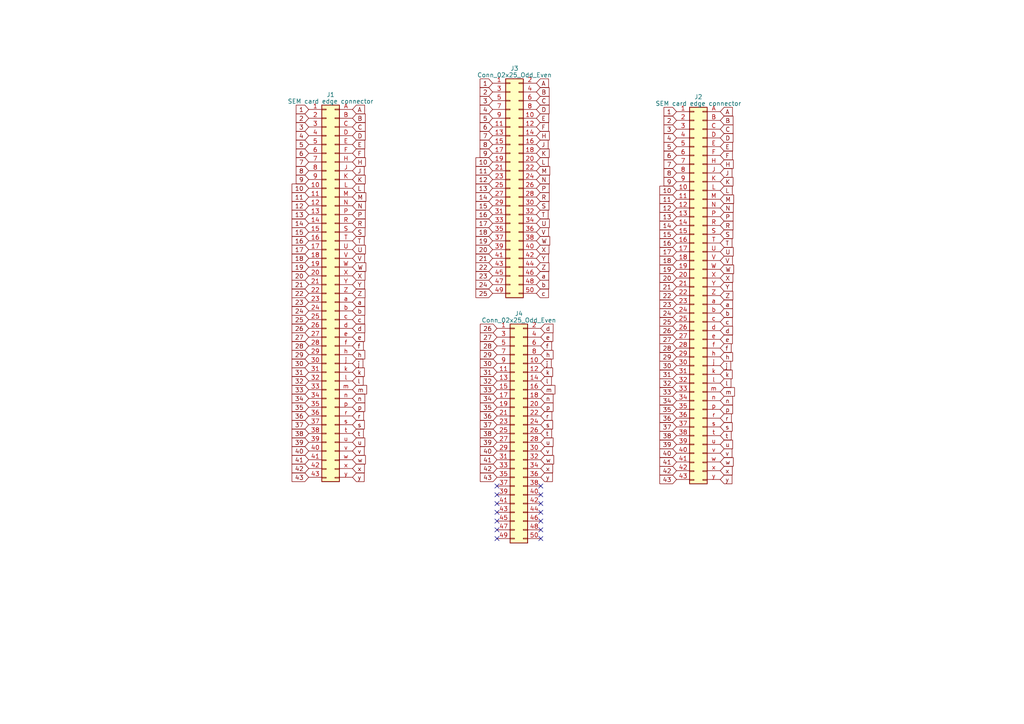
<source format=kicad_sch>
(kicad_sch (version 20230121) (generator eeschema)
  (paper "A4")
  (lib_symbols
    (symbol "Connector_Generic:Conn_02x25_Odd_Even" (pin_names (offset 1.016) hide)
      (property "Reference" "J" (at 1.27 33.02 0))
      (property "Value" "Conn_02x25_Odd_Even" (at 1.27 -33.02 0))
      (symbol "Conn_02x25_Odd_Even_1_1"
        (rectangle (start -1.27 -30.353) (end 0 -30.607) (stroke (width 0.1524)))
        (rectangle (start -1.27 -27.813) (end 0 -28.067) (stroke (width 0.1524)))
        (rectangle (start -1.27 -25.273) (end 0 -25.527) (stroke (width 0.1524)))
        (rectangle (start -1.27 -22.733) (end 0 -22.987) (stroke (width 0.1524)))
        (rectangle (start -1.27 -20.193) (end 0 -20.447) (stroke (width 0.1524)))
        (rectangle (start -1.27 -17.653) (end 0 -17.907) (stroke (width 0.1524)))
        (rectangle (start -1.27 -15.113) (end 0 -15.367) (stroke (width 0.1524)))
        (rectangle (start -1.27 -12.573) (end 0 -12.827) (stroke (width 0.1524)))
        (rectangle (start -1.27 -10.033) (end 0 -10.287) (stroke (width 0.1524)))
        (rectangle (start -1.27 -7.493) (end 0 -7.747) (stroke (width 0.1524)))
        (rectangle (start -1.27 -4.953) (end 0 -5.207) (stroke (width 0.1524)))
        (rectangle (start -1.27 -2.413) (end 0 -2.667) (stroke (width 0.1524)))
        (rectangle (start -1.27 0.127) (end 0 -0.127) (stroke (width 0.1524)))
        (rectangle (start -1.27 2.667) (end 0 2.413) (stroke (width 0.1524)))
        (rectangle (start -1.27 5.207) (end 0 4.953) (stroke (width 0.1524)))
        (rectangle (start -1.27 7.747) (end 0 7.493) (stroke (width 0.1524)))
        (rectangle (start -1.27 10.287) (end 0 10.033) (stroke (width 0.1524)))
        (rectangle (start -1.27 12.827) (end 0 12.573) (stroke (width 0.1524)))
        (rectangle (start -1.27 15.367) (end 0 15.113) (stroke (width 0.1524)))
        (rectangle (start -1.27 17.907) (end 0 17.653) (stroke (width 0.1524)))
        (rectangle (start -1.27 20.447) (end 0 20.193) (stroke (width 0.1524)))
        (rectangle (start -1.27 22.987) (end 0 22.733) (stroke (width 0.1524)))
        (rectangle (start -1.27 25.527) (end 0 25.273) (stroke (width 0.1524)))
        (rectangle (start -1.27 28.067) (end 0 27.813) (stroke (width 0.1524)))
        (rectangle (start -1.27 30.607) (end 0 30.353) (stroke (width 0.1524)))
        (rectangle (start -1.27 31.75) (end 3.81 -31.75) (stroke (width 0.254)) (fill (type background)))
        (rectangle (start 3.81 -30.353) (end 2.54 -30.607) (stroke (width 0.1524)))
        (rectangle (start 3.81 -27.813) (end 2.54 -28.067) (stroke (width 0.1524)))
        (rectangle (start 3.81 -25.273) (end 2.54 -25.527) (stroke (width 0.1524)))
        (rectangle (start 3.81 -22.733) (end 2.54 -22.987) (stroke (width 0.1524)))
        (rectangle (start 3.81 -20.193) (end 2.54 -20.447) (stroke (width 0.1524)))
        (rectangle (start 3.81 -17.653) (end 2.54 -17.907) (stroke (width 0.1524)))
        (rectangle (start 3.81 -15.113) (end 2.54 -15.367) (stroke (width 0.1524)))
        (rectangle (start 3.81 -12.573) (end 2.54 -12.827) (stroke (width 0.1524)))
        (rectangle (start 3.81 -10.033) (end 2.54 -10.287) (stroke (width 0.1524)))
        (rectangle (start 3.81 -7.493) (end 2.54 -7.747) (stroke (width 0.1524)))
        (rectangle (start 3.81 -4.953) (end 2.54 -5.207) (stroke (width 0.1524)))
        (rectangle (start 3.81 -2.413) (end 2.54 -2.667) (stroke (width 0.1524)))
        (rectangle (start 3.81 0.127) (end 2.54 -0.127) (stroke (width 0.1524)))
        (rectangle (start 3.81 2.667) (end 2.54 2.413) (stroke (width 0.1524)))
        (rectangle (start 3.81 5.207) (end 2.54 4.953) (stroke (width 0.1524)))
        (rectangle (start 3.81 7.747) (end 2.54 7.493) (stroke (width 0.1524)))
        (rectangle (start 3.81 10.287) (end 2.54 10.033) (stroke (width 0.1524)))
        (rectangle (start 3.81 12.827) (end 2.54 12.573) (stroke (width 0.1524)))
        (rectangle (start 3.81 15.367) (end 2.54 15.113) (stroke (width 0.1524)))
        (rectangle (start 3.81 17.907) (end 2.54 17.653) (stroke (width 0.1524)))
        (rectangle (start 3.81 20.447) (end 2.54 20.193) (stroke (width 0.1524)))
        (rectangle (start 3.81 22.987) (end 2.54 22.733) (stroke (width 0.1524)))
        (rectangle (start 3.81 25.527) (end 2.54 25.273) (stroke (width 0.1524)))
        (rectangle (start 3.81 28.067) (end 2.54 27.813) (stroke (width 0.1524)))
        (rectangle (start 3.81 30.607) (end 2.54 30.353) (stroke (width 0.1524)))
        (pin passive line (at -5.08 30.48 0) (length 3.81) (name "Pin_1") (number "1"))
        (pin passive line (at 7.62 20.32 180) (length 3.81) (name "Pin_10") (number "10"))
        (pin passive line (at -5.08 17.78 0) (length 3.81) (name "Pin_11") (number "11"))
        (pin passive line (at 7.62 17.78 180) (length 3.81) (name "Pin_12") (number "12"))
        (pin passive line (at -5.08 15.24 0) (length 3.81) (name "Pin_13") (number "13"))
        (pin passive line (at 7.62 15.24 180) (length 3.81) (name "Pin_14") (number "14"))
        (pin passive line (at -5.08 12.7 0) (length 3.81) (name "Pin_15") (number "15"))
        (pin passive line (at 7.62 12.7 180) (length 3.81) (name "Pin_16") (number "16"))
        (pin passive line (at -5.08 10.16 0) (length 3.81) (name "Pin_17") (number "17"))
        (pin passive line (at 7.62 10.16 180) (length 3.81) (name "Pin_18") (number "18"))
        (pin passive line (at -5.08 7.62 0) (length 3.81) (name "Pin_19") (number "19"))
        (pin passive line (at 7.62 30.48 180) (length 3.81) (name "Pin_2") (number "2"))
        (pin passive line (at 7.62 7.62 180) (length 3.81) (name "Pin_20") (number "20"))
        (pin passive line (at -5.08 5.08 0) (length 3.81) (name "Pin_21") (number "21"))
        (pin passive line (at 7.62 5.08 180) (length 3.81) (name "Pin_22") (number "22"))
        (pin passive line (at -5.08 2.54 0) (length 3.81) (name "Pin_23") (number "23"))
        (pin passive line (at 7.62 2.54 180) (length 3.81) (name "Pin_24") (number "24"))
        (pin passive line (at -5.08 0 0) (length 3.81) (name "Pin_25") (number "25"))
        (pin passive line (at 7.62 0 180) (length 3.81) (name "Pin_26") (number "26"))
        (pin passive line (at -5.08 -2.54 0) (length 3.81) (name "Pin_27") (number "27"))
        (pin passive line (at 7.62 -2.54 180) (length 3.81) (name "Pin_28") (number "28"))
        (pin passive line (at -5.08 -5.08 0) (length 3.81) (name "Pin_29") (number "29"))
        (pin passive line (at -5.08 27.94 0) (length 3.81) (name "Pin_3") (number "3"))
        (pin passive line (at 7.62 -5.08 180) (length 3.81) (name "Pin_30") (number "30"))
        (pin passive line (at -5.08 -7.62 0) (length 3.81) (name "Pin_31") (number "31"))
        (pin passive line (at 7.62 -7.62 180) (length 3.81) (name "Pin_32") (number "32"))
        (pin passive line (at -5.08 -10.16 0) (length 3.81) (name "Pin_33") (number "33"))
        (pin passive line (at 7.62 -10.16 180) (length 3.81) (name "Pin_34") (number "34"))
        (pin passive line (at -5.08 -12.7 0) (length 3.81) (name "Pin_35") (number "35"))
        (pin passive line (at 7.62 -12.7 180) (length 3.81) (name "Pin_36") (number "36"))
        (pin passive line (at -5.08 -15.24 0) (length 3.81) (name "Pin_37") (number "37"))
        (pin passive line (at 7.62 -15.24 180) (length 3.81) (name "Pin_38") (number "38"))
        (pin passive line (at -5.08 -17.78 0) (length 3.81) (name "Pin_39") (number "39"))
        (pin passive line (at 7.62 27.94 180) (length 3.81) (name "Pin_4") (number "4"))
        (pin passive line (at 7.62 -17.78 180) (length 3.81) (name "Pin_40") (number "40"))
        (pin passive line (at -5.08 -20.32 0) (length 3.81) (name "Pin_41") (number "41"))
        (pin passive line (at 7.62 -20.32 180) (length 3.81) (name "Pin_42") (number "42"))
        (pin passive line (at -5.08 -22.86 0) (length 3.81) (name "Pin_43") (number "43"))
        (pin passive line (at 7.62 -22.86 180) (length 3.81) (name "Pin_44") (number "44"))
        (pin passive line (at -5.08 -25.4 0) (length 3.81) (name "Pin_45") (number "45"))
        (pin passive line (at 7.62 -25.4 180) (length 3.81) (name "Pin_46") (number "46"))
        (pin passive line (at -5.08 -27.94 0) (length 3.81) (name "Pin_47") (number "47"))
        (pin passive line (at 7.62 -27.94 180) (length 3.81) (name "Pin_48") (number "48"))
        (pin passive line (at -5.08 -30.48 0) (length 3.81) (name "Pin_49") (number "49"))
        (pin passive line (at -5.08 25.4 0) (length 3.81) (name "Pin_5") (number "5"))
        (pin passive line (at 7.62 -30.48 180) (length 3.81) (name "Pin_50") (number "50"))
        (pin passive line (at 7.62 25.4 180) (length 3.81) (name "Pin_6") (number "6"))
        (pin passive line (at -5.08 22.86 0) (length 3.81) (name "Pin_7") (number "7"))
        (pin passive line (at 7.62 22.86 180) (length 3.81) (name "Pin_8") (number "8"))
        (pin passive line (at -5.08 20.32 0) (length 3.81) (name "Pin_9") (number "9"))
      )
    )
    (symbol "Evan's parts:SEM card edge connector" (pin_names (offset 1.016) hide)
      (property "Reference" "J" (at 1.27 50.8 0))
      (property "Value" "SEM card edge connector" (at 1.905 -77.47 0))
      (symbol "SEM card edge connector_1_1"
        (rectangle (start -1.27 -53.34) (end 0 -53.594) (stroke (width 0.1524)))
        (rectangle (start -1.27 -50.673) (end 0 -50.927) (stroke (width 0.1524)))
        (rectangle (start -1.27 -48.133) (end 0 -48.387) (stroke (width 0.1524)))
        (rectangle (start -1.27 -45.593) (end 0 -45.847) (stroke (width 0.1524)))
        (rectangle (start -1.27 -43.053) (end 0 -43.307) (stroke (width 0.1524)))
        (rectangle (start -1.27 -40.513) (end 0 -40.767) (stroke (width 0.1524)))
        (rectangle (start -1.27 -37.973) (end 0 -38.227) (stroke (width 0.1524)))
        (rectangle (start -1.27 -35.433) (end 0 -35.687) (stroke (width 0.1524)))
        (rectangle (start -1.27 -32.893) (end 0 -33.147) (stroke (width 0.1524)))
        (rectangle (start -1.27 -30.353) (end 0 -30.607) (stroke (width 0.1524)))
        (rectangle (start -1.27 -27.813) (end 0 -28.067) (stroke (width 0.1524)))
        (rectangle (start -1.27 -25.273) (end 0 -25.527) (stroke (width 0.1524)))
        (rectangle (start -1.27 -22.733) (end 0 -22.987) (stroke (width 0.1524)))
        (rectangle (start -1.27 -20.193) (end 0 -20.447) (stroke (width 0.1524)))
        (rectangle (start -1.27 -17.653) (end 0 -17.907) (stroke (width 0.1524)))
        (rectangle (start -1.27 -15.113) (end 0 -15.367) (stroke (width 0.1524)))
        (rectangle (start -1.27 -12.573) (end 0 -12.827) (stroke (width 0.1524)))
        (rectangle (start -1.27 -10.033) (end 0 -10.287) (stroke (width 0.1524)))
        (rectangle (start -1.27 -7.493) (end 0 -7.747) (stroke (width 0.1524)))
        (rectangle (start -1.27 -4.953) (end 0 -5.207) (stroke (width 0.1524)))
        (rectangle (start -1.27 -2.413) (end 0 -2.667) (stroke (width 0.1524)))
        (rectangle (start -1.27 0.127) (end 0 -0.127) (stroke (width 0.1524)))
        (rectangle (start -1.27 2.667) (end 0 2.413) (stroke (width 0.1524)))
        (rectangle (start -1.27 5.207) (end 0 4.953) (stroke (width 0.1524)))
        (rectangle (start -1.27 7.747) (end 0 7.493) (stroke (width 0.1524)))
        (rectangle (start -1.27 10.287) (end 0 10.033) (stroke (width 0.1524)))
        (rectangle (start -1.27 12.827) (end 0 12.573) (stroke (width 0.1524)))
        (rectangle (start -1.27 15.367) (end 0 15.113) (stroke (width 0.1524)))
        (rectangle (start -1.27 17.907) (end 0 17.653) (stroke (width 0.1524)))
        (rectangle (start -1.27 20.447) (end 0 20.193) (stroke (width 0.1524)))
        (rectangle (start -1.27 22.987) (end 0 22.733) (stroke (width 0.1524)))
        (rectangle (start -1.27 25.527) (end 0 25.273) (stroke (width 0.1524)))
        (rectangle (start -1.27 28.067) (end 0 27.813) (stroke (width 0.1524)))
        (rectangle (start -1.27 30.607) (end 0 30.353) (stroke (width 0.1524)))
        (rectangle (start -1.27 33.147) (end 0 32.893) (stroke (width 0.1524)))
        (rectangle (start -1.27 35.687) (end 0 35.433) (stroke (width 0.1524)))
        (rectangle (start -1.27 38.227) (end 0 37.973) (stroke (width 0.1524)))
        (rectangle (start -1.27 40.767) (end 0 40.513) (stroke (width 0.1524)))
        (rectangle (start -1.27 43.307) (end 0 43.053) (stroke (width 0.1524)))
        (rectangle (start -1.27 45.847) (end 0 45.593) (stroke (width 0.1524)))
        (rectangle (start -1.27 48.387) (end 0 48.133) (stroke (width 0.1524)))
        (rectangle (start -1.27 49.53) (end 3.81 -59.69) (stroke (width 0.254)) (fill (type background)))
        (rectangle (start 0 -58.674) (end -1.27 -58.42) (stroke (width 0.1524)))
        (rectangle (start 0 -56.134) (end -1.27 -55.88) (stroke (width 0.1524)))
        (rectangle (start 2.54 -53.34) (end 3.81 -53.594) (stroke (width 0.1524)))
        (rectangle (start 2.54 48.387) (end 3.81 48.133) (stroke (width 0.1524)))
        (rectangle (start 3.81 -58.42) (end 2.54 -58.674) (stroke (width 0.1524)))
        (rectangle (start 3.81 -55.88) (end 2.54 -56.134) (stroke (width 0.1524)))
        (rectangle (start 3.81 -50.673) (end 2.54 -50.927) (stroke (width 0.1524)))
        (rectangle (start 3.81 -48.133) (end 2.54 -48.387) (stroke (width 0.1524)))
        (rectangle (start 3.81 -45.593) (end 2.54 -45.847) (stroke (width 0.1524)))
        (rectangle (start 3.81 -43.053) (end 2.54 -43.307) (stroke (width 0.1524)))
        (rectangle (start 3.81 -40.513) (end 2.54 -40.767) (stroke (width 0.1524)))
        (rectangle (start 3.81 -37.973) (end 2.54 -38.227) (stroke (width 0.1524)))
        (rectangle (start 3.81 -35.433) (end 2.54 -35.687) (stroke (width 0.1524)))
        (rectangle (start 3.81 -32.893) (end 2.54 -33.147) (stroke (width 0.1524)))
        (rectangle (start 3.81 -30.353) (end 2.54 -30.607) (stroke (width 0.1524)))
        (rectangle (start 3.81 -27.813) (end 2.54 -28.067) (stroke (width 0.1524)))
        (rectangle (start 3.81 -25.273) (end 2.54 -25.527) (stroke (width 0.1524)))
        (rectangle (start 3.81 -22.733) (end 2.54 -22.987) (stroke (width 0.1524)))
        (rectangle (start 3.81 -20.193) (end 2.54 -20.447) (stroke (width 0.1524)))
        (rectangle (start 3.81 -17.653) (end 2.54 -17.907) (stroke (width 0.1524)))
        (rectangle (start 3.81 -15.113) (end 2.54 -15.367) (stroke (width 0.1524)))
        (rectangle (start 3.81 -12.573) (end 2.54 -12.827) (stroke (width 0.1524)))
        (rectangle (start 3.81 -10.033) (end 2.54 -10.287) (stroke (width 0.1524)))
        (rectangle (start 3.81 -7.493) (end 2.54 -7.747) (stroke (width 0.1524)))
        (rectangle (start 3.81 -4.953) (end 2.54 -5.207) (stroke (width 0.1524)))
        (rectangle (start 3.81 -2.413) (end 2.54 -2.667) (stroke (width 0.1524)))
        (rectangle (start 3.81 0.127) (end 2.54 -0.127) (stroke (width 0.1524)))
        (rectangle (start 3.81 2.667) (end 2.54 2.413) (stroke (width 0.1524)))
        (rectangle (start 3.81 5.207) (end 2.54 4.953) (stroke (width 0.1524)))
        (rectangle (start 3.81 7.747) (end 2.54 7.493) (stroke (width 0.1524)))
        (rectangle (start 3.81 10.287) (end 2.54 10.033) (stroke (width 0.1524)))
        (rectangle (start 3.81 12.827) (end 2.54 12.573) (stroke (width 0.1524)))
        (rectangle (start 3.81 15.367) (end 2.54 15.113) (stroke (width 0.1524)))
        (rectangle (start 3.81 17.907) (end 2.54 17.653) (stroke (width 0.1524)))
        (rectangle (start 3.81 20.447) (end 2.54 20.193) (stroke (width 0.1524)))
        (rectangle (start 3.81 22.987) (end 2.54 22.733) (stroke (width 0.1524)))
        (rectangle (start 3.81 25.527) (end 2.54 25.273) (stroke (width 0.1524)))
        (rectangle (start 3.81 28.067) (end 2.54 27.813) (stroke (width 0.1524)))
        (rectangle (start 3.81 30.607) (end 2.54 30.353) (stroke (width 0.1524)))
        (rectangle (start 3.81 33.147) (end 2.54 32.893) (stroke (width 0.1524)))
        (rectangle (start 3.81 35.687) (end 2.54 35.433) (stroke (width 0.1524)))
        (rectangle (start 3.81 38.227) (end 2.54 37.973) (stroke (width 0.1524)))
        (rectangle (start 3.81 40.767) (end 2.54 40.513) (stroke (width 0.1524)))
        (rectangle (start 3.81 43.307) (end 2.54 43.053) (stroke (width 0.1524)))
        (rectangle (start 3.81 45.847) (end 2.54 45.593) (stroke (width 0.1524)))
        (pin passive line (at -5.08 48.26 0) (length 3.81) (name "Pin_1") (number "1"))
        (pin passive line (at -5.08 25.4 0) (length 3.81) (name "Pin_10") (number "10"))
        (pin passive line (at -5.08 22.86 0) (length 3.81) (name "Pin_11") (number "11"))
        (pin passive line (at -5.08 20.32 0) (length 3.81) (name "Pin_12") (number "12"))
        (pin passive line (at -5.08 17.78 0) (length 3.81) (name "Pin_13") (number "13"))
        (pin passive line (at -5.08 15.24 0) (length 3.81) (name "Pin_14") (number "14"))
        (pin passive line (at -5.08 12.7 0) (length 3.81) (name "Pin_15") (number "15"))
        (pin passive line (at -5.08 10.16 0) (length 3.81) (name "Pin_16") (number "16"))
        (pin passive line (at -5.08 7.62 0) (length 3.81) (name "Pin_17") (number "17"))
        (pin passive line (at -5.08 5.08 0) (length 3.81) (name "Pin_18") (number "18"))
        (pin passive line (at -5.08 2.54 0) (length 3.81) (name "Pin_19") (number "19"))
        (pin passive line (at -5.08 45.72 0) (length 3.81) (name "Pin_2") (number "2"))
        (pin passive line (at -5.08 0 0) (length 3.81) (name "Pin_20") (number "20"))
        (pin passive line (at -5.08 -2.54 0) (length 3.81) (name "Pin_21") (number "21"))
        (pin passive line (at -5.08 -5.08 0) (length 3.81) (name "Pin_22") (number "22"))
        (pin passive line (at -5.08 -7.62 0) (length 3.81) (name "Pin_23") (number "23"))
        (pin passive line (at -5.08 -10.16 0) (length 3.81) (name "Pin_24") (number "24"))
        (pin passive line (at -5.08 -12.7 0) (length 3.81) (name "Pin_25") (number "25"))
        (pin passive line (at -5.08 -15.24 0) (length 3.81) (name "Pin_26") (number "26"))
        (pin passive line (at -5.08 -17.78 0) (length 3.81) (name "Pin_27") (number "27"))
        (pin passive line (at -5.08 -20.32 0) (length 3.81) (name "Pin_28") (number "28"))
        (pin passive line (at -5.08 -22.86 0) (length 3.81) (name "Pin_29") (number "29"))
        (pin passive line (at -5.08 43.18 0) (length 3.81) (name "Pin_3") (number "3"))
        (pin passive line (at -5.08 -25.4 0) (length 3.81) (name "Pin_30") (number "30"))
        (pin passive line (at -5.08 -27.94 0) (length 3.81) (name "Pin_31") (number "31"))
        (pin passive line (at -5.08 -30.48 0) (length 3.81) (name "Pin_32") (number "32"))
        (pin passive line (at -5.08 -33.02 0) (length 3.81) (name "Pin_33") (number "33"))
        (pin passive line (at -5.08 -35.56 0) (length 3.81) (name "Pin_34") (number "34"))
        (pin passive line (at -5.08 -38.1 0) (length 3.81) (name "Pin_35") (number "35"))
        (pin passive line (at -5.08 -40.64 0) (length 3.81) (name "Pin_36") (number "36"))
        (pin passive line (at -5.08 -43.18 0) (length 3.81) (name "Pin_37") (number "37"))
        (pin passive line (at -5.08 -45.72 0) (length 3.81) (name "Pin_38") (number "38"))
        (pin passive line (at -5.08 -48.26 0) (length 3.81) (name "Pin_39") (number "39"))
        (pin passive line (at -5.08 40.64 0) (length 3.81) (name "Pin_4") (number "4"))
        (pin passive line (at -5.08 -50.8 0) (length 3.81) (name "Pin_40") (number "40"))
        (pin passive line (at -5.08 -53.34 0) (length 3.81) (name "Pin_41") (number "41"))
        (pin passive line (at -5.08 -55.88 0) (length 3.81) (name "Pin_42") (number "42"))
        (pin passive line (at -5.08 -58.42 0) (length 3.81) (name "Pin_43") (number "43"))
        (pin passive line (at -5.08 38.1 0) (length 3.81) (name "Pin_5") (number "5"))
        (pin passive line (at -5.08 35.56 0) (length 3.81) (name "Pin_6") (number "6"))
        (pin passive line (at -5.08 33.02 0) (length 3.81) (name "Pin_7") (number "7"))
        (pin passive line (at -5.08 30.48 0) (length 3.81) (name "Pin_8") (number "8"))
        (pin passive line (at -5.08 27.94 0) (length 3.81) (name "Pin_9") (number "9"))
        (pin passive line (at 7.62 48.26 180) (length 3.81) (name "Pin_A") (number "A"))
        (pin passive line (at 7.62 45.72 180) (length 3.81) (name "Pin_B") (number "B"))
        (pin passive line (at 7.62 43.18 180) (length 3.81) (name "Pin_C") (number "C"))
        (pin passive line (at 7.62 40.64 180) (length 3.81) (name "Pin_D") (number "D"))
        (pin passive line (at 7.62 38.1 180) (length 3.81) (name "Pin_E") (number "E"))
        (pin passive line (at 7.62 35.56 180) (length 3.81) (name "Pin_F") (number "F"))
        (pin passive line (at 7.62 33.02 180) (length 3.81) (name "Pin_H") (number "H"))
        (pin passive line (at 7.62 30.48 180) (length 3.81) (name "Pin_J") (number "J"))
        (pin passive line (at 7.62 27.94 180) (length 3.81) (name "Pin_K") (number "K"))
        (pin passive line (at 7.62 25.4 180) (length 3.81) (name "Pin_L") (number "L"))
        (pin passive line (at 7.62 22.86 180) (length 3.81) (name "Pin_M") (number "M"))
        (pin passive line (at 7.62 20.32 180) (length 3.81) (name "Pin_N") (number "N"))
        (pin passive line (at 7.62 17.78 180) (length 3.81) (name "Pin_P") (number "P"))
        (pin passive line (at 7.62 15.24 180) (length 3.81) (name "Pin_R") (number "R"))
        (pin passive line (at 7.62 12.7 180) (length 3.81) (name "Pin_S") (number "S"))
        (pin passive line (at 7.62 10.16 180) (length 3.81) (name "Pin_T") (number "T"))
        (pin passive line (at 7.62 7.62 180) (length 3.81) (name "Pin_U") (number "U"))
        (pin passive line (at 7.62 5.08 180) (length 3.81) (name "Pin_V") (number "V"))
        (pin passive line (at 7.62 2.54 180) (length 3.81) (name "Pin_W") (number "W"))
        (pin passive line (at 7.62 0 180) (length 3.81) (name "Pin_X") (number "X"))
        (pin passive line (at 7.62 -2.54 180) (length 3.81) (name "Pin_Y") (number "Y"))
        (pin passive line (at 7.62 -5.08 180) (length 3.81) (name "Pin_Z") (number "Z"))
        (pin passive line (at 7.62 -7.62 180) (length 3.81) (name "Pin_a") (number "a"))
        (pin passive line (at 7.62 -10.16 180) (length 3.81) (name "Pin_b") (number "b"))
        (pin passive line (at 7.62 -12.7 180) (length 3.81) (name "Pin_c") (number "c"))
        (pin passive line (at 7.62 -15.24 180) (length 3.81) (name "Pin_d") (number "d"))
        (pin passive line (at 7.62 -17.78 180) (length 3.81) (name "Pin_e") (number "e"))
        (pin passive line (at 7.62 -20.32 180) (length 3.81) (name "Pin_f") (number "f"))
        (pin passive line (at 7.62 -22.86 180) (length 3.81) (name "Pin_h") (number "h"))
        (pin passive line (at 7.62 -25.4 180) (length 3.81) (name "Pin_j") (number "j"))
        (pin passive line (at 7.62 -27.94 180) (length 3.81) (name "Pin_k") (number "k"))
        (pin passive line (at 7.62 -30.48 180) (length 3.81) (name "Pin_l") (number "l"))
        (pin passive line (at 7.62 -33.02 180) (length 3.81) (name "Pin_m") (number "m"))
        (pin passive line (at 7.62 -35.56 180) (length 3.81) (name "Pin_n") (number "n"))
        (pin passive line (at 7.62 -38.1 180) (length 3.81) (name "Pin_p") (number "p"))
        (pin passive line (at 7.62 -40.64 180) (length 3.81) (name "Pin_r") (number "r"))
        (pin passive line (at 7.62 -43.18 180) (length 3.81) (name "Pin_s") (number "s"))
        (pin passive line (at 7.62 -45.72 180) (length 3.81) (name "Pin_t") (number "t"))
        (pin passive line (at 7.62 -48.26 180) (length 3.81) (name "Pin_u") (number "u"))
        (pin passive line (at 7.62 -50.8 180) (length 3.81) (name "Pin_v") (number "v"))
        (pin passive line (at 7.62 -53.34 180) (length 3.81) (name "Pin_w") (number "w"))
        (pin passive line (at 7.62 -55.88 180) (length 3.81) (name "Pin_x") (number "x"))
        (pin passive line (at 7.62 -58.42 180) (length 3.81) (name "Pin_y") (number "y"))
      )
    )
  )
  (no_connect (at 156.845 146.05))
  (no_connect (at 144.145 146.05))
  (no_connect (at 156.845 156.21))
  (no_connect (at 144.145 151.13))
  (no_connect (at 156.845 143.51))
  (no_connect (at 156.845 148.59))
  (no_connect (at 144.145 156.21))
  (no_connect (at 156.845 140.97))
  (no_connect (at 144.145 143.51))
  (no_connect (at 144.145 148.59))
  (no_connect (at 156.845 151.13))
  (no_connect (at 144.145 153.67))
  (no_connect (at 144.145 140.97))
  (no_connect (at 156.845 153.67))
  (global_label "f" (shape input) (at 156.845 100.33 0) (property "Intersheetrefs" "${INTERSHEET_REFS}" (effects hide)))
  (global_label "H" (shape input) (at 102.235 46.99 0) (property "Intersheetrefs" "${INTERSHEET_REFS}" (effects hide)))
  (global_label "5" (shape input) (at 89.535 41.91 180) (property "Intersheetrefs" "${INTERSHEET_REFS}" (effects hide)))
  (global_label "E" (shape input) (at 208.915 42.545 0) (property "Intersheetrefs" "${INTERSHEET_REFS}" (effects hide)))
  (global_label "34" (shape input) (at 196.215 116.205 180) (property "Intersheetrefs" "${INTERSHEET_REFS}" (effects hide)))
  (global_label "u" (shape input) (at 102.235 128.27 0) (property "Intersheetrefs" "${INTERSHEET_REFS}" (effects hide)))
  (global_label "p" (shape input) (at 102.235 118.11 0) (property "Intersheetrefs" "${INTERSHEET_REFS}" (effects hide)))
  (global_label "f" (shape input) (at 102.235 100.33 0) (property "Intersheetrefs" "${INTERSHEET_REFS}" (effects hide)))
  (global_label "28" (shape input) (at 196.215 100.965 180) (property "Intersheetrefs" "${INTERSHEET_REFS}" (effects hide)))
  (global_label "x" (shape input) (at 156.845 135.89 0) (property "Intersheetrefs" "${INTERSHEET_REFS}" (effects hide)))
  (global_label "20" (shape input) (at 89.535 80.01 180) (property "Intersheetrefs" "${INTERSHEET_REFS}" (effects hide)))
  (global_label "24" (shape input) (at 142.875 82.55 180) (property "Intersheetrefs" "${INTERSHEET_REFS}" (effects hide)))
  (global_label "y" (shape input) (at 102.235 138.43 0) (property "Intersheetrefs" "${INTERSHEET_REFS}" (effects hide)))
  (global_label "U" (shape input) (at 208.915 73.025 0) (property "Intersheetrefs" "${INTERSHEET_REFS}" (effects hide)))
  (global_label "11" (shape input) (at 142.875 49.53 180) (property "Intersheetrefs" "${INTERSHEET_REFS}" (effects hide)))
  (global_label "7" (shape input) (at 196.215 47.625 180) (property "Intersheetrefs" "${INTERSHEET_REFS}" (effects hide)))
  (global_label "A" (shape input) (at 208.915 32.385 0) (property "Intersheetrefs" "${INTERSHEET_REFS}" (effects hide)))
  (global_label "11" (shape input) (at 89.535 57.15 180) (property "Intersheetrefs" "${INTERSHEET_REFS}" (effects hide)))
  (global_label "42" (shape input) (at 144.145 135.89 180) (property "Intersheetrefs" "${INTERSHEET_REFS}" (effects hide)))
  (global_label "J" (shape input) (at 155.575 41.91 0) (property "Intersheetrefs" "${INTERSHEET_REFS}" (effects hide)))
  (global_label "m" (shape input) (at 208.915 113.665 0) (property "Intersheetrefs" "${INTERSHEET_REFS}" (effects hide)))
  (global_label "9" (shape input) (at 89.535 52.07 180) (property "Intersheetrefs" "${INTERSHEET_REFS}" (effects hide)))
  (global_label "19" (shape input) (at 89.535 77.47 180) (property "Intersheetrefs" "${INTERSHEET_REFS}" (effects hide)))
  (global_label "b" (shape input) (at 155.575 82.55 0) (property "Intersheetrefs" "${INTERSHEET_REFS}" (effects hide)))
  (global_label "43" (shape input) (at 89.535 138.43 180) (property "Intersheetrefs" "${INTERSHEET_REFS}" (effects hide)))
  (global_label "28" (shape input) (at 89.535 100.33 180) (property "Intersheetrefs" "${INTERSHEET_REFS}" (effects hide)))
  (global_label "v" (shape input) (at 102.235 130.81 0) (property "Intersheetrefs" "${INTERSHEET_REFS}" (effects hide)))
  (global_label "W" (shape input) (at 102.235 77.47 0) (property "Intersheetrefs" "${INTERSHEET_REFS}" (effects hide)))
  (global_label "14" (shape input) (at 196.215 65.405 180) (property "Intersheetrefs" "${INTERSHEET_REFS}" (effects hide)))
  (global_label "6" (shape input) (at 89.535 44.45 180) (property "Intersheetrefs" "${INTERSHEET_REFS}" (effects hide)))
  (global_label "J" (shape input) (at 208.915 50.165 0) (property "Intersheetrefs" "${INTERSHEET_REFS}" (effects hide)))
  (global_label "s" (shape input) (at 208.915 123.825 0) (property "Intersheetrefs" "${INTERSHEET_REFS}" (effects hide)))
  (global_label "K" (shape input) (at 102.235 52.07 0) (property "Intersheetrefs" "${INTERSHEET_REFS}" (effects hide)))
  (global_label "N" (shape input) (at 208.915 60.325 0) (property "Intersheetrefs" "${INTERSHEET_REFS}" (effects hide)))
  (global_label "R" (shape input) (at 102.235 64.77 0) (property "Intersheetrefs" "${INTERSHEET_REFS}" (effects hide)))
  (global_label "33" (shape input) (at 89.535 113.03 180) (property "Intersheetrefs" "${INTERSHEET_REFS}" (effects hide)))
  (global_label "r" (shape input) (at 156.845 120.65 0) (property "Intersheetrefs" "${INTERSHEET_REFS}" (effects hide)))
  (global_label "36" (shape input) (at 144.145 120.65 180) (property "Intersheetrefs" "${INTERSHEET_REFS}" (effects hide)))
  (global_label "27" (shape input) (at 144.145 97.79 180) (property "Intersheetrefs" "${INTERSHEET_REFS}" (effects hide)))
  (global_label "10" (shape input) (at 89.535 54.61 180) (property "Intersheetrefs" "${INTERSHEET_REFS}" (effects hide)))
  (global_label "3" (shape input) (at 142.875 29.21 180) (property "Intersheetrefs" "${INTERSHEET_REFS}" (effects hide)))
  (global_label "8" (shape input) (at 142.875 41.91 180) (property "Intersheetrefs" "${INTERSHEET_REFS}" (effects hide)))
  (global_label "W" (shape input) (at 155.575 69.85 0) (property "Intersheetrefs" "${INTERSHEET_REFS}" (effects hide)))
  (global_label "31" (shape input) (at 196.215 108.585 180) (property "Intersheetrefs" "${INTERSHEET_REFS}" (effects hide)))
  (global_label "a" (shape input) (at 102.235 87.63 0) (property "Intersheetrefs" "${INTERSHEET_REFS}" (effects hide)))
  (global_label "5" (shape input) (at 196.215 42.545 180) (property "Intersheetrefs" "${INTERSHEET_REFS}" (effects hide)))
  (global_label "1" (shape input) (at 142.875 24.13 180) (property "Intersheetrefs" "${INTERSHEET_REFS}" (effects hide)))
  (global_label "9" (shape input) (at 142.875 44.45 180) (property "Intersheetrefs" "${INTERSHEET_REFS}" (effects hide)))
  (global_label "h" (shape input) (at 156.845 102.87 0) (property "Intersheetrefs" "${INTERSHEET_REFS}" (effects hide)))
  (global_label "b" (shape input) (at 208.915 90.805 0) (property "Intersheetrefs" "${INTERSHEET_REFS}" (effects hide)))
  (global_label "32" (shape input) (at 196.215 111.125 180) (property "Intersheetrefs" "${INTERSHEET_REFS}" (effects hide)))
  (global_label "26" (shape input) (at 144.145 95.25 180) (property "Intersheetrefs" "${INTERSHEET_REFS}" (effects hide)))
  (global_label "17" (shape input) (at 142.875 64.77 180) (property "Intersheetrefs" "${INTERSHEET_REFS}" (effects hide)))
  (global_label "Y" (shape input) (at 208.915 83.185 0) (property "Intersheetrefs" "${INTERSHEET_REFS}" (effects hide)))
  (global_label "12" (shape input) (at 196.215 60.325 180) (property "Intersheetrefs" "${INTERSHEET_REFS}" (effects hide)))
  (global_label "R" (shape input) (at 208.915 65.405 0) (property "Intersheetrefs" "${INTERSHEET_REFS}" (effects hide)))
  (global_label "H" (shape input) (at 208.915 47.625 0) (property "Intersheetrefs" "${INTERSHEET_REFS}" (effects hide)))
  (global_label "23" (shape input) (at 142.875 80.01 180) (property "Intersheetrefs" "${INTERSHEET_REFS}" (effects hide)))
  (global_label "15" (shape input) (at 196.215 67.945 180) (property "Intersheetrefs" "${INTERSHEET_REFS}" (effects hide)))
  (global_label "l" (shape input) (at 156.845 110.49 0) (property "Intersheetrefs" "${INTERSHEET_REFS}" (effects hide)))
  (global_label "f" (shape input) (at 208.915 100.965 0) (property "Intersheetrefs" "${INTERSHEET_REFS}" (effects hide)))
  (global_label "V" (shape input) (at 155.575 67.31 0) (property "Intersheetrefs" "${INTERSHEET_REFS}" (effects hide)))
  (global_label "25" (shape input) (at 142.875 85.09 180) (property "Intersheetrefs" "${INTERSHEET_REFS}" (effects hide)))
  (global_label "14" (shape input) (at 142.875 57.15 180) (property "Intersheetrefs" "${INTERSHEET_REFS}" (effects hide)))
  (global_label "H" (shape input) (at 155.575 39.37 0) (property "Intersheetrefs" "${INTERSHEET_REFS}" (effects hide)))
  (global_label "29" (shape input) (at 89.535 102.87 180) (property "Intersheetrefs" "${INTERSHEET_REFS}" (effects hide)))
  (global_label "29" (shape input) (at 196.215 103.505 180) (property "Intersheetrefs" "${INTERSHEET_REFS}" (effects hide)))
  (global_label "u" (shape input) (at 208.915 128.905 0) (property "Intersheetrefs" "${INTERSHEET_REFS}" (effects hide)))
  (global_label "B" (shape input) (at 102.235 34.29 0) (property "Intersheetrefs" "${INTERSHEET_REFS}" (effects hide)))
  (global_label "40" (shape input) (at 89.535 130.81 180) (property "Intersheetrefs" "${INTERSHEET_REFS}" (effects hide)))
  (global_label "14" (shape input) (at 89.535 64.77 180) (property "Intersheetrefs" "${INTERSHEET_REFS}" (effects hide)))
  (global_label "28" (shape input) (at 144.145 100.33 180) (property "Intersheetrefs" "${INTERSHEET_REFS}" (effects hide)))
  (global_label "12" (shape input) (at 89.535 59.69 180) (property "Intersheetrefs" "${INTERSHEET_REFS}" (effects hide)))
  (global_label "M" (shape input) (at 155.575 49.53 0) (property "Intersheetrefs" "${INTERSHEET_REFS}" (effects hide)))
  (global_label "40" (shape input) (at 144.145 130.81 180) (property "Intersheetrefs" "${INTERSHEET_REFS}" (effects hide)))
  (global_label "r" (shape input) (at 102.235 120.65 0) (property "Intersheetrefs" "${INTERSHEET_REFS}" (effects hide)))
  (global_label "C" (shape input) (at 102.235 36.83 0) (property "Intersheetrefs" "${INTERSHEET_REFS}" (effects hide)))
  (global_label "t" (shape input) (at 102.235 125.73 0) (property "Intersheetrefs" "${INTERSHEET_REFS}" (effects hide)))
  (global_label "D" (shape input) (at 155.575 31.75 0) (property "Intersheetrefs" "${INTERSHEET_REFS}" (effects hide)))
  (global_label "j" (shape input) (at 156.845 105.41 0) (property "Intersheetrefs" "${INTERSHEET_REFS}" (effects hide)))
  (global_label "D" (shape input) (at 208.915 40.005 0) (property "Intersheetrefs" "${INTERSHEET_REFS}" (effects hide)))
  (global_label "B" (shape input) (at 155.575 26.67 0) (property "Intersheetrefs" "${INTERSHEET_REFS}" (effects hide)))
  (global_label "16" (shape input) (at 196.215 70.485 180) (property "Intersheetrefs" "${INTERSHEET_REFS}" (effects hide)))
  (global_label "x" (shape input) (at 208.915 136.525 0) (property "Intersheetrefs" "${INTERSHEET_REFS}" (effects hide)))
  (global_label "R" (shape input) (at 155.575 57.15 0) (property "Intersheetrefs" "${INTERSHEET_REFS}" (effects hide)))
  (global_label "s" (shape input) (at 102.235 123.19 0) (property "Intersheetrefs" "${INTERSHEET_REFS}" (effects hide)))
  (global_label "p" (shape input) (at 156.845 118.11 0) (property "Intersheetrefs" "${INTERSHEET_REFS}" (effects hide)))
  (global_label "A" (shape input) (at 102.235 31.75 0) (property "Intersheetrefs" "${INTERSHEET_REFS}" (effects hide)))
  (global_label "x" (shape input) (at 102.235 135.89 0) (property "Intersheetrefs" "${INTERSHEET_REFS}" (effects hide)))
  (global_label "V" (shape input) (at 102.235 74.93 0) (property "Intersheetrefs" "${INTERSHEET_REFS}" (effects hide)))
  (global_label "33" (shape input) (at 144.145 113.03 180) (property "Intersheetrefs" "${INTERSHEET_REFS}" (effects hide)))
  (global_label "4" (shape input) (at 142.875 31.75 180) (property "Intersheetrefs" "${INTERSHEET_REFS}" (effects hide)))
  (global_label "n" (shape input) (at 208.915 116.205 0) (property "Intersheetrefs" "${INTERSHEET_REFS}" (effects hide)))
  (global_label "w" (shape input) (at 156.845 133.35 0) (property "Intersheetrefs" "${INTERSHEET_REFS}" (effects hide)))
  (global_label "6" (shape input) (at 142.875 36.83 180) (property "Intersheetrefs" "${INTERSHEET_REFS}" (effects hide)))
  (global_label "37" (shape input) (at 144.145 123.19 180) (property "Intersheetrefs" "${INTERSHEET_REFS}" (effects hide)))
  (global_label "h" (shape input) (at 102.235 102.87 0) (property "Intersheetrefs" "${INTERSHEET_REFS}" (effects hide)))
  (global_label "23" (shape input) (at 89.535 87.63 180) (property "Intersheetrefs" "${INTERSHEET_REFS}" (effects hide)))
  (global_label "Y" (shape input) (at 102.235 82.55 0) (property "Intersheetrefs" "${INTERSHEET_REFS}" (effects hide)))
  (global_label "k" (shape input) (at 208.915 108.585 0) (property "Intersheetrefs" "${INTERSHEET_REFS}" (effects hide)))
  (global_label "1" (shape input) (at 196.215 32.385 180) (property "Intersheetrefs" "${INTERSHEET_REFS}" (effects hide)))
  (global_label "Z" (shape input) (at 155.575 77.47 0) (property "Intersheetrefs" "${INTERSHEET_REFS}" (effects hide)))
  (global_label "X" (shape input) (at 155.575 72.39 0) (property "Intersheetrefs" "${INTERSHEET_REFS}" (effects hide)))
  (global_label "E" (shape input) (at 102.235 41.91 0) (property "Intersheetrefs" "${INTERSHEET_REFS}" (effects hide)))
  (global_label "22" (shape input) (at 196.215 85.725 180) (property "Intersheetrefs" "${INTERSHEET_REFS}" (effects hide)))
  (global_label "38" (shape input) (at 144.145 125.73 180) (property "Intersheetrefs" "${INTERSHEET_REFS}" (effects hide)))
  (global_label "d" (shape input) (at 208.915 95.885 0) (property "Intersheetrefs" "${INTERSHEET_REFS}" (effects hide)))
  (global_label "v" (shape input) (at 156.845 130.81 0) (property "Intersheetrefs" "${INTERSHEET_REFS}" (effects hide)))
  (global_label "27" (shape input) (at 89.535 97.79 180) (property "Intersheetrefs" "${INTERSHEET_REFS}" (effects hide)))
  (global_label "35" (shape input) (at 144.145 118.11 180) (property "Intersheetrefs" "${INTERSHEET_REFS}" (effects hide)))
  (global_label "A" (shape input) (at 155.575 24.13 0) (property "Intersheetrefs" "${INTERSHEET_REFS}" (effects hide)))
  (global_label "30" (shape input) (at 196.215 106.045 180) (property "Intersheetrefs" "${INTERSHEET_REFS}" (effects hide)))
  (global_label "N" (shape input) (at 102.235 59.69 0) (property "Intersheetrefs" "${INTERSHEET_REFS}" (effects hide)))
  (global_label "j" (shape input) (at 208.915 106.045 0) (property "Intersheetrefs" "${INTERSHEET_REFS}" (effects hide)))
  (global_label "34" (shape input) (at 89.535 115.57 180) (property "Intersheetrefs" "${INTERSHEET_REFS}" (effects hide)))
  (global_label "n" (shape input) (at 156.845 115.57 0) (property "Intersheetrefs" "${INTERSHEET_REFS}" (effects hide)))
  (global_label "19" (shape input) (at 142.875 69.85 180) (property "Intersheetrefs" "${INTERSHEET_REFS}" (effects hide)))
  (global_label "32" (shape input) (at 144.145 110.49 180) (property "Intersheetrefs" "${INTERSHEET_REFS}" (effects hide)))
  (global_label "V" (shape input) (at 208.915 75.565 0) (property "Intersheetrefs" "${INTERSHEET_REFS}" (effects hide)))
  (global_label "K" (shape input) (at 155.575 44.45 0) (property "Intersheetrefs" "${INTERSHEET_REFS}" (effects hide)))
  (global_label "e" (shape input) (at 102.235 97.79 0) (property "Intersheetrefs" "${INTERSHEET_REFS}" (effects hide)))
  (global_label "7" (shape input) (at 89.535 46.99 180) (property "Intersheetrefs" "${INTERSHEET_REFS}" (effects hide)))
  (global_label "37" (shape input) (at 89.535 123.19 180) (property "Intersheetrefs" "${INTERSHEET_REFS}" (effects hide)))
  (global_label "D" (shape input) (at 102.235 39.37 0) (property "Intersheetrefs" "${INTERSHEET_REFS}" (effects hide)))
  (global_label "6" (shape input) (at 196.215 45.085 180) (property "Intersheetrefs" "${INTERSHEET_REFS}" (effects hide)))
  (global_label "24" (shape input) (at 196.215 90.805 180) (property "Intersheetrefs" "${INTERSHEET_REFS}" (effects hide)))
  (global_label "43" (shape input) (at 196.215 139.065 180) (property "Intersheetrefs" "${INTERSHEET_REFS}" (effects hide)))
  (global_label "U" (shape input) (at 102.235 72.39 0) (property "Intersheetrefs" "${INTERSHEET_REFS}" (effects hide)))
  (global_label "T" (shape input) (at 208.915 70.485 0) (property "Intersheetrefs" "${INTERSHEET_REFS}" (effects hide)))
  (global_label "11" (shape input) (at 196.215 57.785 180) (property "Intersheetrefs" "${INTERSHEET_REFS}" (effects hide)))
  (global_label "33" (shape input) (at 196.215 113.665 180) (property "Intersheetrefs" "${INTERSHEET_REFS}" (effects hide)))
  (global_label "36" (shape input) (at 196.215 121.285 180) (property "Intersheetrefs" "${INTERSHEET_REFS}" (effects hide)))
  (global_label "m" (shape input) (at 102.235 113.03 0) (property "Intersheetrefs" "${INTERSHEET_REFS}" (effects hide)))
  (global_label "5" (shape input) (at 142.875 34.29 180) (property "Intersheetrefs" "${INTERSHEET_REFS}" (effects hide)))
  (global_label "w" (shape input) (at 208.915 133.985 0) (property "Intersheetrefs" "${INTERSHEET_REFS}" (effects hide)))
  (global_label "17" (shape input) (at 89.535 72.39 180) (property "Intersheetrefs" "${INTERSHEET_REFS}" (effects hide)))
  (global_label "19" (shape input) (at 196.215 78.105 180) (property "Intersheetrefs" "${INTERSHEET_REFS}" (effects hide)))
  (global_label "16" (shape input) (at 142.875 62.23 180) (property "Intersheetrefs" "${INTERSHEET_REFS}" (effects hide)))
  (global_label "e" (shape input) (at 156.845 97.79 0) (property "Intersheetrefs" "${INTERSHEET_REFS}" (effects hide)))
  (global_label "F" (shape input) (at 208.915 45.085 0) (property "Intersheetrefs" "${INTERSHEET_REFS}" (effects hide)))
  (global_label "7" (shape input) (at 142.875 39.37 180) (property "Intersheetrefs" "${INTERSHEET_REFS}" (effects hide)))
  (global_label "39" (shape input) (at 89.535 128.27 180) (property "Intersheetrefs" "${INTERSHEET_REFS}" (effects hide)))
  (global_label "m" (shape input) (at 156.845 113.03 0) (property "Intersheetrefs" "${INTERSHEET_REFS}" (effects hide)))
  (global_label "v" (shape input) (at 208.915 131.445 0) (property "Intersheetrefs" "${INTERSHEET_REFS}" (effects hide)))
  (global_label "41" (shape input) (at 89.535 133.35 180) (property "Intersheetrefs" "${INTERSHEET_REFS}" (effects hide)))
  (global_label "4" (shape input) (at 196.215 40.005 180) (property "Intersheetrefs" "${INTERSHEET_REFS}" (effects hide)))
  (global_label "38" (shape input) (at 196.215 126.365 180) (property "Intersheetrefs" "${INTERSHEET_REFS}" (effects hide)))
  (global_label "C" (shape input) (at 155.575 29.21 0) (property "Intersheetrefs" "${INTERSHEET_REFS}" (effects hide)))
  (global_label "P" (shape input) (at 155.575 54.61 0) (property "Intersheetrefs" "${INTERSHEET_REFS}" (effects hide)))
  (global_label "1" (shape input) (at 89.535 31.75 180) (property "Intersheetrefs" "${INTERSHEET_REFS}" (effects hide)))
  (global_label "26" (shape input) (at 89.535 95.25 180) (property "Intersheetrefs" "${INTERSHEET_REFS}" (effects hide)))
  (global_label "35" (shape input) (at 196.215 118.745 180) (property "Intersheetrefs" "${INTERSHEET_REFS}" (effects hide)))
  (global_label "13" (shape input) (at 89.535 62.23 180) (property "Intersheetrefs" "${INTERSHEET_REFS}" (effects hide)))
  (global_label "2" (shape input) (at 89.535 34.29 180) (property "Intersheetrefs" "${INTERSHEET_REFS}" (effects hide)))
  (global_label "8" (shape input) (at 196.215 50.165 180) (property "Intersheetrefs" "${INTERSHEET_REFS}" (effects hide)))
  (global_label "y" (shape input) (at 156.845 138.43 0) (property "Intersheetrefs" "${INTERSHEET_REFS}" (effects hide)))
  (global_label "27" (shape input) (at 196.215 98.425 180) (property "Intersheetrefs" "${INTERSHEET_REFS}" (effects hide)))
  (global_label "25" (shape input) (at 196.215 93.345 180) (property "Intersheetrefs" "${INTERSHEET_REFS}" (effects hide)))
  (global_label "S" (shape input) (at 155.575 59.69 0) (property "Intersheetrefs" "${INTERSHEET_REFS}" (effects hide)))
  (global_label "31" (shape input) (at 89.535 107.95 180) (property "Intersheetrefs" "${INTERSHEET_REFS}" (effects hide)))
  (global_label "42" (shape input) (at 196.215 136.525 180) (property "Intersheetrefs" "${INTERSHEET_REFS}" (effects hide)))
  (global_label "K" (shape input) (at 208.915 52.705 0) (property "Intersheetrefs" "${INTERSHEET_REFS}" (effects hide)))
  (global_label "F" (shape input) (at 155.575 36.83 0) (property "Intersheetrefs" "${INTERSHEET_REFS}" (effects hide)))
  (global_label "L" (shape input) (at 155.575 46.99 0) (property "Intersheetrefs" "${INTERSHEET_REFS}" (effects hide)))
  (global_label "w" (shape input) (at 102.235 133.35 0) (property "Intersheetrefs" "${INTERSHEET_REFS}" (effects hide)))
  (global_label "b" (shape input) (at 102.235 90.17 0) (property "Intersheetrefs" "${INTERSHEET_REFS}" (effects hide)))
  (global_label "4" (shape input) (at 89.535 39.37 180) (property "Intersheetrefs" "${INTERSHEET_REFS}" (effects hide)))
  (global_label "35" (shape input) (at 89.535 118.11 180) (property "Intersheetrefs" "${INTERSHEET_REFS}" (effects hide)))
  (global_label "21" (shape input) (at 196.215 83.185 180) (property "Intersheetrefs" "${INTERSHEET_REFS}" (effects hide)))
  (global_label "c" (shape input) (at 155.575 85.09 0) (property "Intersheetrefs" "${INTERSHEET_REFS}" (effects hide)))
  (global_label "10" (shape input) (at 142.875 46.99 180) (property "Intersheetrefs" "${INTERSHEET_REFS}" (effects hide)))
  (global_label "k" (shape input) (at 156.845 107.95 0) (property "Intersheetrefs" "${INTERSHEET_REFS}" (effects hide)))
  (global_label "22" (shape input) (at 142.875 77.47 180) (property "Intersheetrefs" "${INTERSHEET_REFS}" (effects hide)))
  (global_label "S" (shape input) (at 102.235 67.31 0) (property "Intersheetrefs" "${INTERSHEET_REFS}" (effects hide)))
  (global_label "34" (shape input) (at 144.145 115.57 180) (property "Intersheetrefs" "${INTERSHEET_REFS}" (effects hide)))
  (global_label "31" (shape input) (at 144.145 107.95 180) (property "Intersheetrefs" "${INTERSHEET_REFS}" (effects hide)))
  (global_label "13" (shape input) (at 142.875 54.61 180) (property "Intersheetrefs" "${INTERSHEET_REFS}" (effects hide)))
  (global_label "22" (shape input) (at 89.535 85.09 180) (property "Intersheetrefs" "${INTERSHEET_REFS}" (effects hide)))
  (global_label "U" (shape input) (at 155.575 64.77 0) (property "Intersheetrefs" "${INTERSHEET_REFS}" (effects hide)))
  (global_label "l" (shape input) (at 208.915 111.125 0) (property "Intersheetrefs" "${INTERSHEET_REFS}" (effects hide)))
  (global_label "a" (shape input) (at 208.915 88.265 0) (property "Intersheetrefs" "${INTERSHEET_REFS}" (effects hide)))
  (global_label "c" (shape input) (at 208.915 93.345 0) (property "Intersheetrefs" "${INTERSHEET_REFS}" (effects hide)))
  (global_label "9" (shape input) (at 196.215 52.705 180) (property "Intersheetrefs" "${INTERSHEET_REFS}" (effects hide)))
  (global_label "k" (shape input) (at 102.235 107.95 0) (property "Intersheetrefs" "${INTERSHEET_REFS}" (effects hide)))
  (global_label "13" (shape input) (at 196.215 62.865 180) (property "Intersheetrefs" "${INTERSHEET_REFS}" (effects hide)))
  (global_label "36" (shape input) (at 89.535 120.65 180) (property "Intersheetrefs" "${INTERSHEET_REFS}" (effects hide)))
  (global_label "d" (shape input) (at 156.845 95.25 0) (property "Intersheetrefs" "${INTERSHEET_REFS}" (effects hide)))
  (global_label "29" (shape input) (at 144.145 102.87 180) (property "Intersheetrefs" "${INTERSHEET_REFS}" (effects hide)))
  (global_label "X" (shape input) (at 208.915 80.645 0) (property "Intersheetrefs" "${INTERSHEET_REFS}" (effects hide)))
  (global_label "2" (shape input) (at 196.215 34.925 180) (property "Intersheetrefs" "${INTERSHEET_REFS}" (effects hide)))
  (global_label "P" (shape input) (at 102.235 62.23 0) (property "Intersheetrefs" "${INTERSHEET_REFS}" (effects hide)))
  (global_label "18" (shape input) (at 142.875 67.31 180) (property "Intersheetrefs" "${INTERSHEET_REFS}" (effects hide)))
  (global_label "21" (shape input) (at 142.875 74.93 180) (property "Intersheetrefs" "${INTERSHEET_REFS}" (effects hide)))
  (global_label "30" (shape input) (at 89.535 105.41 180) (property "Intersheetrefs" "${INTERSHEET_REFS}" (effects hide)))
  (global_label "r" (shape input) (at 208.915 121.285 0) (property "Intersheetrefs" "${INTERSHEET_REFS}" (effects hide)))
  (global_label "c" (shape input) (at 102.235 92.71 0) (property "Intersheetrefs" "${INTERSHEET_REFS}" (effects hide)))
  (global_label "3" (shape input) (at 89.535 36.83 180) (property "Intersheetrefs" "${INTERSHEET_REFS}" (effects hide)))
  (global_label "B" (shape input) (at 208.915 34.925 0) (property "Intersheetrefs" "${INTERSHEET_REFS}" (effects hide)))
  (global_label "32" (shape input) (at 89.535 110.49 180) (property "Intersheetrefs" "${INTERSHEET_REFS}" (effects hide)))
  (global_label "39" (shape input) (at 144.145 128.27 180) (property "Intersheetrefs" "${INTERSHEET_REFS}" (effects hide)))
  (global_label "t" (shape input) (at 156.845 125.73 0) (property "Intersheetrefs" "${INTERSHEET_REFS}" (effects hide)))
  (global_label "N" (shape input) (at 155.575 52.07 0) (property "Intersheetrefs" "${INTERSHEET_REFS}" (effects hide)))
  (global_label "a" (shape input) (at 155.575 80.01 0) (property "Intersheetrefs" "${INTERSHEET_REFS}" (effects hide)))
  (global_label "X" (shape input) (at 102.235 80.01 0) (property "Intersheetrefs" "${INTERSHEET_REFS}" (effects hide)))
  (global_label "42" (shape input) (at 89.535 135.89 180) (property "Intersheetrefs" "${INTERSHEET_REFS}" (effects hide)))
  (global_label "l" (shape input) (at 102.235 110.49 0) (property "Intersheetrefs" "${INTERSHEET_REFS}" (effects hide)))
  (global_label "h" (shape input) (at 208.915 103.505 0) (property "Intersheetrefs" "${INTERSHEET_REFS}" (effects hide)))
  (global_label "2" (shape input) (at 142.875 26.67 180) (property "Intersheetrefs" "${INTERSHEET_REFS}" (effects hide)))
  (global_label "Y" (shape input) (at 155.575 74.93 0) (property "Intersheetrefs" "${INTERSHEET_REFS}" (effects hide)))
  (global_label "20" (shape input) (at 142.875 72.39 180) (property "Intersheetrefs" "${INTERSHEET_REFS}" (effects hide)))
  (global_label "18" (shape input) (at 196.215 75.565 180) (property "Intersheetrefs" "${INTERSHEET_REFS}" (effects hide)))
  (global_label "j" (shape input) (at 102.235 105.41 0) (property "Intersheetrefs" "${INTERSHEET_REFS}" (effects hide)))
  (global_label "S" (shape input) (at 208.915 67.945 0) (property "Intersheetrefs" "${INTERSHEET_REFS}" (effects hide)))
  (global_label "12" (shape input) (at 142.875 52.07 180) (property "Intersheetrefs" "${INTERSHEET_REFS}" (effects hide)))
  (global_label "15" (shape input) (at 89.535 67.31 180) (property "Intersheetrefs" "${INTERSHEET_REFS}" (effects hide)))
  (global_label "18" (shape input) (at 89.535 74.93 180) (property "Intersheetrefs" "${INTERSHEET_REFS}" (effects hide)))
  (global_label "23" (shape input) (at 196.215 88.265 180) (property "Intersheetrefs" "${INTERSHEET_REFS}" (effects hide)))
  (global_label "25" (shape input) (at 89.535 92.71 180) (property "Intersheetrefs" "${INTERSHEET_REFS}" (effects hide)))
  (global_label "16" (shape input) (at 89.535 69.85 180) (property "Intersheetrefs" "${INTERSHEET_REFS}" (effects hide)))
  (global_label "15" (shape input) (at 142.875 59.69 180) (property "Intersheetrefs" "${INTERSHEET_REFS}" (effects hide)))
  (global_label "41" (shape input) (at 196.215 133.985 180) (property "Intersheetrefs" "${INTERSHEET_REFS}" (effects hide)))
  (global_label "21" (shape input) (at 89.535 82.55 180) (property "Intersheetrefs" "${INTERSHEET_REFS}" (effects hide)))
  (global_label "y" (shape input) (at 208.915 139.065 0) (property "Intersheetrefs" "${INTERSHEET_REFS}" (effects hide)))
  (global_label "17" (shape input) (at 196.215 73.025 180) (property "Intersheetrefs" "${INTERSHEET_REFS}" (effects hide)))
  (global_label "s" (shape input) (at 156.845 123.19 0) (property "Intersheetrefs" "${INTERSHEET_REFS}" (effects hide)))
  (global_label "37" (shape input) (at 196.215 123.825 180) (property "Intersheetrefs" "${INTERSHEET_REFS}" (effects hide)))
  (global_label "C" (shape input) (at 208.915 37.465 0) (property "Intersheetrefs" "${INTERSHEET_REFS}" (effects hide)))
  (global_label "38" (shape input) (at 89.535 125.73 180) (property "Intersheetrefs" "${INTERSHEET_REFS}" (effects hide)))
  (global_label "30" (shape input) (at 144.145 105.41 180) (property "Intersheetrefs" "${INTERSHEET_REFS}" (effects hide)))
  (global_label "e" (shape input) (at 208.915 98.425 0) (property "Intersheetrefs" "${INTERSHEET_REFS}" (effects hide)))
  (global_label "M" (shape input) (at 102.235 57.15 0) (property "Intersheetrefs" "${INTERSHEET_REFS}" (effects hide)))
  (global_label "L" (shape input) (at 102.235 54.61 0) (property "Intersheetrefs" "${INTERSHEET_REFS}" (effects hide)))
  (global_label "T" (shape input) (at 102.235 69.85 0) (property "Intersheetrefs" "${INTERSHEET_REFS}" (effects hide)))
  (global_label "J" (shape input) (at 102.235 49.53 0) (property "Intersheetrefs" "${INTERSHEET_REFS}" (effects hide)))
  (global_label "10" (shape input) (at 196.215 55.245 180) (property "Intersheetrefs" "${INTERSHEET_REFS}" (effects hide)))
  (global_label "Z" (shape input) (at 208.915 85.725 0) (property "Intersheetrefs" "${INTERSHEET_REFS}" (effects hide)))
  (global_label "W" (shape input) (at 208.915 78.105 0) (property "Intersheetrefs" "${INTERSHEET_REFS}" (effects hide)))
  (global_label "M" (shape input) (at 208.915 57.785 0) (property "Intersheetrefs" "${INTERSHEET_REFS}" (effects hide)))
  (global_label "n" (shape input) (at 102.235 115.57 0) (property "Intersheetrefs" "${INTERSHEET_REFS}" (effects hide)))
  (global_label "P" (shape input) (at 208.915 62.865 0) (property "Intersheetrefs" "${INTERSHEET_REFS}" (effects hide)))
  (global_label "39" (shape input) (at 196.215 128.905 180) (property "Intersheetrefs" "${INTERSHEET_REFS}" (effects hide)))
  (global_label "u" (shape input) (at 156.845 128.27 0) (property "Intersheetrefs" "${INTERSHEET_REFS}" (effects hide)))
  (global_label "F" (shape input) (at 102.235 44.45 0) (property "Intersheetrefs" "${INTERSHEET_REFS}" (effects hide)))
  (global_label "20" (shape input) (at 196.215 80.645 180) (property "Intersheetrefs" "${INTERSHEET_REFS}" (effects hide)))
  (global_label "26" (shape input) (at 196.215 95.885 180) (property "Intersheetrefs" "${INTERSHEET_REFS}" (effects hide)))
  (global_label "8" (shape input) (at 89.535 49.53 180) (property "Intersheetrefs" "${INTERSHEET_REFS}" (effects hide)))
  (global_label "3" (shape input) (at 196.215 37.465 180) (property "Intersheetrefs" "${INTERSHEET_REFS}" (effects hide)))
  (global_label "t" (shape input) (at 208.915 126.365 0) (property "Intersheetrefs" "${INTERSHEET_REFS}" (effects hide)))
  (global_label "T" (shape input) (at 155.575 62.23 0) (property "Intersheetrefs" "${INTERSHEET_REFS}" (effects hide)))
  (global_label "L" (shape input) (at 208.915 55.245 0) (property "Intersheetrefs" "${INTERSHEET_REFS}" (effects hide)))
  (global_label "40" (shape input) (at 196.215 131.445 180) (property "Intersheetrefs" "${INTERSHEET_REFS}" (effects hide)))
  (global_label "24" (shape input) (at 89.535 90.17 180) (property "Intersheetrefs" "${INTERSHEET_REFS}" (effects hide)))
  (global_label "Z" (shape input) (at 102.235 85.09 0) (property "Intersheetrefs" "${INTERSHEET_REFS}" (effects hide)))
  (global_label "p" (shape input) (at 208.915 118.745 0) (property "Intersheetrefs" "${INTERSHEET_REFS}" (effects hide)))
  (global_label "d" (shape input) (at 102.235 95.25 0) (property "Intersheetrefs" "${INTERSHEET_REFS}" (effects hide)))
  (global_label "43" (shape input) (at 144.145 138.43 180) (property "Intersheetrefs" "${INTERSHEET_REFS}" (effects hide)))
  (global_label "E" (shape input) (at 155.575 34.29 0) (property "Intersheetrefs" "${INTERSHEET_REFS}" (effects hide)))
  (global_label "41" (shape input) (at 144.145 133.35 180) (property "Intersheetrefs" "${INTERSHEET_REFS}" (effects hide)))
  (symbol (lib_id "Connector_Generic:Conn_02x25_Odd_Even") (at 149.225 125.73 0) (unit 1)
    (property "Reference" "J4" (at 150.495 90.9701 0))
    (property "Value" "Conn_02x25_Odd_Even" (at 150.495 92.8911 0))
    (property "Footprint" "Connector_PinHeader_2.54mm:PinHeader_2x25_P2.54mm_Vertical" (effects hide))
  )
  (symbol (lib_id "Connector_Generic:Conn_02x25_Odd_Even") (at 147.955 54.61 0) (unit 1)
    (property "Reference" "J3" (at 149.225 19.8501 0))
    (property "Value" "Conn_02x25_Odd_Even" (at 149.225 21.7711 0))
    (property "Footprint" "Connector_PinHeader_2.54mm:PinHeader_2x25_P2.54mm_Vertical" (effects hide))
  )
  (symbol (lib_id "Evan's parts:SEM card edge connector") (at 201.295 80.645 0) (unit 1)
    (property "Reference" "J2" (at 202.565 28.1051 0))
    (property "Value" "SEM card edge connector" (at 202.565 30.0261 0))
    (property "Footprint" "Evan's parts:SEM edge mount for connector" (effects hide))
  )
  (symbol (lib_id "Evan's parts:SEM card edge connector") (at 94.615 80.01 0) (unit 1)
    (property "Reference" "J1" (at 95.885 27.4701 0))
    (property "Value" "SEM card edge connector" (at 95.885 29.3911 0))
    (property "Footprint" "Evan's parts:SEM edge connector" (effects hide))
  )
)
</source>
